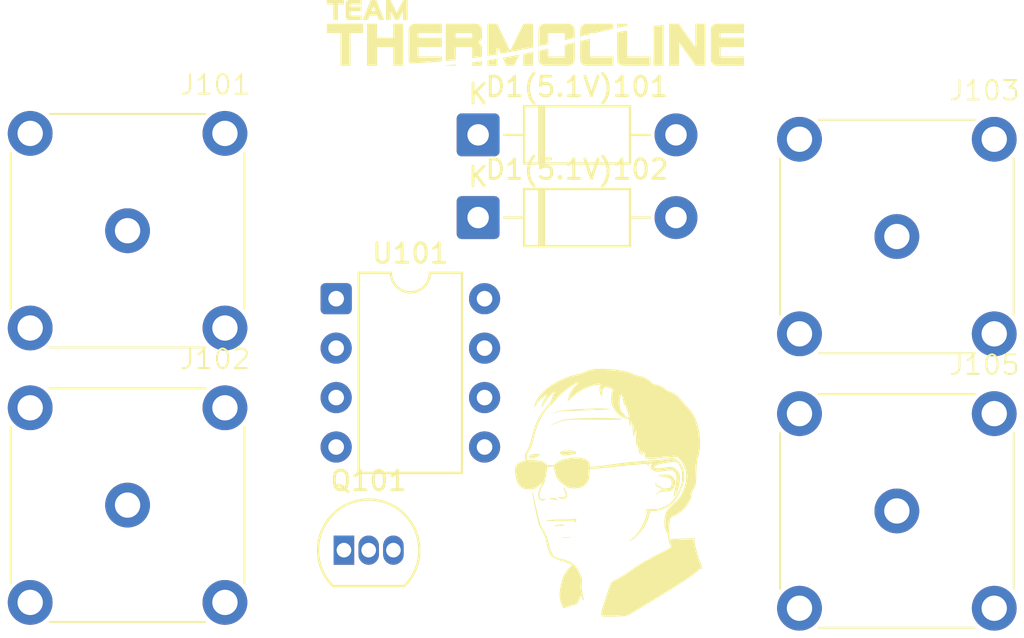
<source format=kicad_pcb>
(kicad_pcb (version 20241229) (generator "pcbnew") (generator_version "9.0")
  (layers (0 "F.Cu" signal) (2 "B.Cu" signal) (13 "F.Paste" user) (15 "B.Paste" user) (5 "F.SilkS" user "F.Silkscreen") (7 "B.SilkS" user "B.Silkscreen") (1 "F.Mask" user) (3 "B.Mask" user) (25 "Edge.Cuts" user))
  (net 0 "")
  (net 1 "+9V")
  (net 2 "GND")
  (net 3 "Net-(D1(5.1V)101-K)")
  (net 4 "Net-(U101-THRES)")
  (net 5 "Net-(U101-DISCH)")
  (net 7 "Net-(D1(5.1V)102-K)")
  (net 8 "Net-(J102-In)")
  (net 9 "Net-(J103-In)")
  (net 10 "Net-(J105-In)")
  (net 11 "Net-(Q101-B)")
  (footprint "Diode_THT:D_DO-41_SOD81_P10.16mm_Horizontal" (layer "F.Cu") (at 123.5 63.775)
    (property "Reference" "D1(5.1V)101" (at 5.08 -2.47 0) (layer "F.SilkS"))
    (property "Value" "1N47xxA")
    (fp_text user "K" (at 0 -2.1 0) (layer "F.SilkS"))
    (pad "1" thru_hole roundrect (at 0 0) (size 2.2 2.2) (drill 1.1) (layers "*.Cu" "*.Mask") (roundrect_rratio 0.113636) (net 3 "Net-(D1(5.1V)101-K)"))
    (pad "2" thru_hole circle (at 10.16 0) (size 2.2 2.2) (drill 1.1) (layers "*.Cu" "*.Mask") (net 2 "GND"))
  )
  (footprint "Package_TO_SOT_THT:TO-92_Inline" (layer "F.Cu") (at 116.61 85.115)
    (property "Reference" "Q101" (at 1.27 -3.56 0) (layer "F.SilkS"))
    (property "Value" "2N3904")
    (pad "1" thru_hole rect (at 0 0) (size 1.05 1.5) (drill 0.75) (layers "*.Cu" "*.Mask") (net 2 "GND"))
    (pad "2" thru_hole oval (at 1.27 0) (size 1.05 1.5) (drill 0.75) (layers "*.Cu" "*.Mask") (net 11 "Net-(Q101-B)"))
    (pad "3" thru_hole oval (at 2.54 0) (size 1.05 1.5) (drill 0.75) (layers "*.Cu" "*.Mask"))
  )
  (footprint "thermocline:HL-BNC-KHDA" (layer "F.Cu") (at 145 69)
    (property "Reference" "J103" (at 4.5 -7.5 0) (layer "F.SilkS") (effects (font (thickness 0.1))))
    (property "Value" "Conn_Coaxial")
    (pad "1" thru_hole circle (at 0 0) (size 2.3 2.3) (drill 1.3) (layers "*.Cu" "*.Mask") (net 9 "Net-(J103-In)"))
    (pad "2" thru_hole circle (at -5 -5) (size 2.3 2.3) (drill 1.3) (layers "*.Cu" "*.Mask") (net 2 "GND"))
    (pad "2" thru_hole circle (at -5 5) (size 2.3 2.3) (drill 1.3) (layers "*.Cu" "*.Mask") (net 2 "GND"))
    (pad "2" thru_hole circle (at 5 -5) (size 2.3 2.3) (drill 1.3) (layers "*.Cu" "*.Mask") (net 2 "GND"))
    (pad "2" thru_hole circle (at 5 5) (size 2.3 2.3) (drill 1.3) (layers "*.Cu" "*.Mask") (net 2 "GND"))
  )
  (footprint "thermocline:thermocline-logo" (layer "F.Cu") (at 126.5 58.5)
    (property "Reference" "G***")
    (property "Value" "LOGO" (hide yes))
  )
  (footprint "thermocline:monk" (layer "F.Cu") (at 130 82.5)
    (property "Reference" "G***")
    (property "Value" "LOGO" (hide yes))
  )
  (footprint "thermocline:HL-BNC-KHDA" (layer "F.Cu") (at 145 83.1)
    (property "Reference" "J105" (at 4.5 -7.5 0) (layer "F.SilkS") (effects (font (thickness 0.1))))
    (property "Value" "Conn_Coaxial")
    (pad "1" thru_hole circle (at 0 0) (size 2.3 2.3) (drill 1.3) (layers "*.Cu" "*.Mask") (net 10 "Net-(J105-In)"))
    (pad "2" thru_hole circle (at -5 -5) (size 2.3 2.3) (drill 1.3) (layers "*.Cu" "*.Mask") (net 2 "GND"))
    (pad "2" thru_hole circle (at -5 5) (size 2.3 2.3) (drill 1.3) (layers "*.Cu" "*.Mask") (net 2 "GND"))
    (pad "2" thru_hole circle (at 5 -5) (size 2.3 2.3) (drill 1.3) (layers "*.Cu" "*.Mask") (net 2 "GND"))
    (pad "2" thru_hole circle (at 5 5) (size 2.3 2.3) (drill 1.3) (layers "*.Cu" "*.Mask") (net 2 "GND"))
  )
  (footprint "Diode_THT:D_DO-41_SOD81_P10.16mm_Horizontal" (layer "F.Cu") (at 123.5 68.025)
    (property "Reference" "D1(5.1V)102" (at 5.08 -2.47 0) (layer "F.SilkS"))
    (property "Value" "1N47xxA")
    (fp_text user "K" (at 0 -2.1 0) (layer "F.SilkS"))
    (pad "1" thru_hole roundrect (at 0 0) (size 2.2 2.2) (drill 1.1) (layers "*.Cu" "*.Mask") (roundrect_rratio 0.113636) (net 7 "Net-(D1(5.1V)102-K)"))
    (pad "2" thru_hole circle (at 10.16 0) (size 2.2 2.2) (drill 1.1) (layers "*.Cu" "*.Mask") (net 2 "GND"))
  )
  (footprint "Package_DIP:DIP-8_W7.62mm" (layer "F.Cu") (at 116.21 72.195)
    (property "Reference" "U101" (at 3.81 -2.33 0) (layer "F.SilkS"))
    (property "Value" "ICM7555xP")
    (pad "1" thru_hole roundrect (at 0 0) (size 1.6 1.6) (drill 0.8) (layers "*.Cu" "*.Mask") (roundrect_rratio 0.15625) (net 2 "GND"))
    (pad "2" thru_hole circle (at 0 2.54) (size 1.6 1.6) (drill 0.8) (layers "*.Cu" "*.Mask") (net 4 "Net-(U101-THRES)"))
    (pad "3" thru_hole circle (at 0 5.08) (size 1.6 1.6) (drill 0.8) (layers "*.Cu" "*.Mask") (net 9 "Net-(J103-In)"))
    (pad "4" thru_hole circle (at 0 7.62) (size 1.6 1.6) (drill 0.8) (layers "*.Cu" "*.Mask") (net 1 "+9V"))
    (pad "5" thru_hole circle (at 7.62 7.62) (size 1.6 1.6) (drill 0.8) (layers "*.Cu" "*.Mask"))
    (pad "6" thru_hole circle (at 7.62 5.08) (size 1.6 1.6) (drill 0.8) (layers "*.Cu" "*.Mask") (net 4 "Net-(U101-THRES)"))
    (pad "7" thru_hole circle (at 7.62 2.54) (size 1.6 1.6) (drill 0.8) (layers "*.Cu" "*.Mask") (net 5 "Net-(U101-DISCH)"))
    (pad "8" thru_hole circle (at 7.62 0) (size 1.6 1.6) (drill 0.8) (layers "*.Cu" "*.Mask") (net 1 "+9V"))
  )
  (footprint "thermocline:HL-BNC-KHDA" (layer "F.Cu") (at 105.5 68.7)
    (property "Reference" "J101" (at 4.5 -7.5 0) (layer "F.SilkS") (effects (font (thickness 0.1))))
    (property "Value" "Conn_Coaxial")
    (pad "1" thru_hole circle (at 0 0) (size 2.3 2.3) (drill 1.3) (layers "*.Cu" "*.Mask") (net 3 "Net-(D1(5.1V)101-K)"))
    (pad "2" thru_hole circle (at -5 -5) (size 2.3 2.3) (drill 1.3) (layers "*.Cu" "*.Mask") (net 2 "GND"))
    (pad "2" thru_hole circle (at -5 5) (size 2.3 2.3) (drill 1.3) (layers "*.Cu" "*.Mask") (net 2 "GND"))
    (pad "2" thru_hole circle (at 5 -5) (size 2.3 2.3) (drill 1.3) (layers "*.Cu" "*.Mask") (net 2 "GND"))
    (pad "2" thru_hole circle (at 5 5) (size 2.3 2.3) (drill 1.3) (layers "*.Cu" "*.Mask") (net 2 "GND"))
  )
  (footprint "thermocline:HL-BNC-KHDA" (layer "F.Cu") (at 105.5 82.8)
    (property "Reference" "J102" (at 4.5 -7.5 0) (layer "F.SilkS") (effects (font (thickness 0.1))))
    (property "Value" "Conn_Coaxial")
    (pad "1" thru_hole circle (at 0 0) (size 2.3 2.3) (drill 1.3) (layers "*.Cu" "*.Mask") (net 8 "Net-(J102-In)"))
    (pad "2" thru_hole circle (at -5 -5) (size 2.3 2.3) (drill 1.3) (layers "*.Cu" "*.Mask") (net 2 "GND"))
    (pad "2" thru_hole circle (at -5 5) (size 2.3 2.3) (drill 1.3) (layers "*.Cu" "*.Mask") (net 2 "GND"))
    (pad "2" thru_hole circle (at 5 -5) (size 2.3 2.3) (drill 1.3) (layers "*.Cu" "*.Mask") (net 2 "GND"))
    (pad "2" thru_hole circle (at 5 5) (size 2.3 2.3) (drill 1.3) (layers "*.Cu" "*.Mask") (net 2 "GND"))
  )
)
</source>
